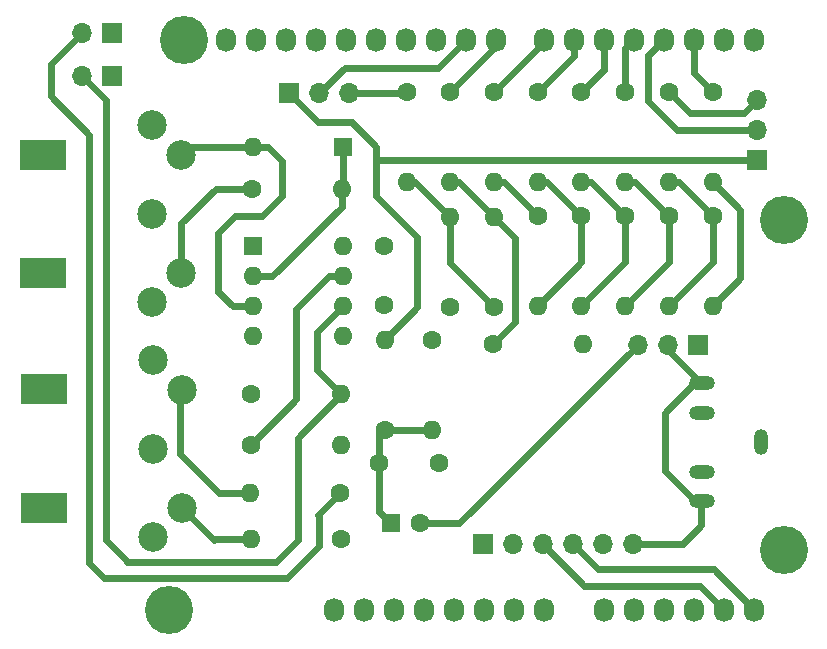
<source format=gbr>
%TF.GenerationSoftware,KiCad,Pcbnew,(6.0.5)*%
%TF.CreationDate,2022-11-11T14:55:19+00:00*%
%TF.ProjectId,ArduinoAudioExperimentShield,41726475-696e-46f4-9175-64696f457870,rev?*%
%TF.SameCoordinates,Original*%
%TF.FileFunction,Copper,L1,Top*%
%TF.FilePolarity,Positive*%
%FSLAX46Y46*%
G04 Gerber Fmt 4.6, Leading zero omitted, Abs format (unit mm)*
G04 Created by KiCad (PCBNEW (6.0.5)) date 2022-11-11 14:55:19*
%MOMM*%
%LPD*%
G01*
G04 APERTURE LIST*
%TA.AperFunction,ComponentPad*%
%ADD10O,1.727200X2.032000*%
%TD*%
%TA.AperFunction,ComponentPad*%
%ADD11C,4.064000*%
%TD*%
%TA.AperFunction,ComponentPad*%
%ADD12C,1.600000*%
%TD*%
%TA.AperFunction,ComponentPad*%
%ADD13O,1.600000X1.600000*%
%TD*%
%TA.AperFunction,ComponentPad*%
%ADD14R,1.700000X1.700000*%
%TD*%
%TA.AperFunction,ComponentPad*%
%ADD15O,1.700000X1.700000*%
%TD*%
%TA.AperFunction,ComponentPad*%
%ADD16R,1.600000X1.600000*%
%TD*%
%TA.AperFunction,WasherPad*%
%ADD17R,4.000000X2.500000*%
%TD*%
%TA.AperFunction,ComponentPad*%
%ADD18C,2.499360*%
%TD*%
%TA.AperFunction,ComponentPad*%
%ADD19O,2.200000X1.200000*%
%TD*%
%TA.AperFunction,ComponentPad*%
%ADD20O,1.200000X2.200000*%
%TD*%
%TA.AperFunction,Conductor*%
%ADD21C,0.600000*%
%TD*%
G04 APERTURE END LIST*
D10*
%TO.P,P1,1,Pin_1*%
%TO.N,unconnected-(P1-Pad1)*%
X138938000Y-123825000D03*
%TO.P,P1,2,Pin_2*%
%TO.N,/IOREF*%
X141478000Y-123825000D03*
%TO.P,P1,3,Pin_3*%
%TO.N,/Reset*%
X144018000Y-123825000D03*
%TO.P,P1,4,Pin_4*%
%TO.N,+3V3*%
X146558000Y-123825000D03*
%TO.P,P1,5,Pin_5*%
%TO.N,+5V*%
X149098000Y-123825000D03*
%TO.P,P1,6,Pin_6*%
%TO.N,GND*%
X151638000Y-123825000D03*
%TO.P,P1,7,Pin_7*%
X154178000Y-123825000D03*
%TO.P,P1,8,Pin_8*%
%TO.N,/Vin*%
X156718000Y-123825000D03*
%TD*%
%TO.P,P2,1,Pin_1*%
%TO.N,/A0*%
X161798000Y-123825000D03*
%TO.P,P2,2,Pin_2*%
%TO.N,/A1*%
X164338000Y-123825000D03*
%TO.P,P2,3,Pin_3*%
%TO.N,/A2*%
X166878000Y-123825000D03*
%TO.P,P2,4,Pin_4*%
%TO.N,/A3*%
X169418000Y-123825000D03*
%TO.P,P2,5,Pin_5*%
%TO.N,/A4(SDA)*%
X171958000Y-123825000D03*
%TO.P,P2,6,Pin_6*%
%TO.N,/A5(SCL)*%
X174498000Y-123825000D03*
%TD*%
%TO.P,P3,1,Pin_1*%
%TO.N,unconnected-(P3-Pad1)*%
X129794000Y-75565000D03*
%TO.P,P3,2,Pin_2*%
%TO.N,unconnected-(P3-Pad2)*%
X132334000Y-75565000D03*
%TO.P,P3,3,Pin_3*%
%TO.N,/AREF*%
X134874000Y-75565000D03*
%TO.P,P3,4,Pin_4*%
%TO.N,GND*%
X137414000Y-75565000D03*
%TO.P,P3,5,Pin_5*%
%TO.N,/13(SCK)*%
X139954000Y-75565000D03*
%TO.P,P3,6,Pin_6*%
%TO.N,/12(MISO)*%
X142494000Y-75565000D03*
%TO.P,P3,7,Pin_7*%
%TO.N,/11(\u002A\u002A{slash}MOSI)*%
X145034000Y-75565000D03*
%TO.P,P3,8,Pin_8*%
%TO.N,/10(\u002A\u002A{slash}SS)*%
X147574000Y-75565000D03*
%TO.P,P3,9,Pin_9*%
%TO.N,/9(\u002A\u002A)*%
X150114000Y-75565000D03*
%TO.P,P3,10,Pin_10*%
%TO.N,/8*%
X152654000Y-75565000D03*
%TD*%
%TO.P,P4,1,Pin_1*%
%TO.N,/7*%
X156718000Y-75565000D03*
%TO.P,P4,2,Pin_2*%
%TO.N,/6(\u002A\u002A)*%
X159258000Y-75565000D03*
%TO.P,P4,3,Pin_3*%
%TO.N,/5(\u002A\u002A)*%
X161798000Y-75565000D03*
%TO.P,P4,4,Pin_4*%
%TO.N,/4*%
X164338000Y-75565000D03*
%TO.P,P4,5,Pin_5*%
%TO.N,/3(\u002A\u002A)*%
X166878000Y-75565000D03*
%TO.P,P4,6,Pin_6*%
%TO.N,/2*%
X169418000Y-75565000D03*
%TO.P,P4,7,Pin_7*%
%TO.N,/1(Tx)*%
X171958000Y-75565000D03*
%TO.P,P4,8,Pin_8*%
%TO.N,/0(Rx)*%
X174498000Y-75565000D03*
%TD*%
D11*
%TO.P,P5,1,Pin_1*%
%TO.N,unconnected-(P5-Pad1)*%
X124968000Y-123825000D03*
%TD*%
%TO.P,P6,1,Pin_1*%
%TO.N,unconnected-(P6-Pad1)*%
X177038000Y-118745000D03*
%TD*%
%TO.P,P7,1,Pin_1*%
%TO.N,unconnected-(P7-Pad1)*%
X126238000Y-75565000D03*
%TD*%
%TO.P,P8,1,Pin_1*%
%TO.N,unconnected-(P8-Pad1)*%
X177038000Y-90805000D03*
%TD*%
D12*
%TO.P,R8,1*%
%TO.N,/6(\u002A\u002A)*%
X156200000Y-80000000D03*
D13*
%TO.P,R8,2*%
%TO.N,Net-(R16-Pad1)*%
X156200000Y-87620000D03*
%TD*%
D12*
%TO.P,R9,1*%
%TO.N,/7*%
X152500000Y-80000000D03*
D13*
%TO.P,R9,2*%
%TO.N,/AU_R2R*%
X152500000Y-87620000D03*
%TD*%
D14*
%TO.P,J6,1,Pin_1*%
%TO.N,/AU_R2R*%
X169773000Y-101385000D03*
D15*
%TO.P,J6,2,Pin_2*%
%TO.N,/AU_DAC*%
X167233000Y-101385000D03*
%TO.P,J6,3,Pin_3*%
%TO.N,/AU_PWM*%
X164693000Y-101385000D03*
%TD*%
D16*
%TO.P,C3,1*%
%TO.N,Net-(C2-Pad1)*%
X143760375Y-116505000D03*
D12*
%TO.P,C3,2*%
%TO.N,/AU_PWM*%
X146260375Y-116505000D03*
%TD*%
D16*
%TO.P,U1,1,NC*%
%TO.N,unconnected-(U1-Pad1)*%
X132108000Y-93075000D03*
D13*
%TO.P,U1,2,C1*%
%TO.N,Net-(D1-Pad1)*%
X132108000Y-95615000D03*
%TO.P,U1,3,C2*%
%TO.N,Net-(D1-Pad2)*%
X132108000Y-98155000D03*
%TO.P,U1,4,NC*%
%TO.N,unconnected-(U1-Pad4)*%
X132108000Y-100695000D03*
%TO.P,U1,5,GND*%
%TO.N,GND*%
X139728000Y-100695000D03*
%TO.P,U1,6,VO2*%
%TO.N,Net-(J4-Pad2)*%
X139728000Y-98155000D03*
%TO.P,U1,7,VO1*%
%TO.N,Net-(R20-Pad1)*%
X139728000Y-95615000D03*
%TO.P,U1,8,VCC*%
%TO.N,+5V*%
X139728000Y-93075000D03*
%TD*%
D17*
%TO.P,IN1,*%
%TO.N,*%
X114340300Y-95316260D03*
X114340300Y-85313740D03*
D18*
%TO.P,IN1,1*%
%TO.N,unconnected-(IN1-Pad1)*%
X123535200Y-97813080D03*
%TO.P,IN1,2*%
%TO.N,unconnected-(IN1-Pad2)*%
X123537740Y-90315000D03*
%TO.P,IN1,3*%
%TO.N,unconnected-(IN1-Pad3)*%
X123535200Y-82816920D03*
%TO.P,IN1,4*%
%TO.N,Net-(IN1-Pad4)*%
X126037100Y-95311180D03*
%TO.P,IN1,5*%
%TO.N,Net-(D1-Pad2)*%
X126037100Y-85318820D03*
%TD*%
D12*
%TO.P,R21,1*%
%TO.N,+5V*%
X131958000Y-105615000D03*
D13*
%TO.P,R21,2*%
%TO.N,Net-(J4-Pad2)*%
X139578000Y-105615000D03*
%TD*%
D12*
%TO.P,R19,1*%
%TO.N,Net-(R11-Pad2)*%
X152408000Y-101305000D03*
D13*
%TO.P,R19,2*%
%TO.N,GND*%
X160028000Y-101305000D03*
%TD*%
D12*
%TO.P,R3,1*%
%TO.N,Net-(J1-Pad3)*%
X145100000Y-80000000D03*
D13*
%TO.P,R3,2*%
%TO.N,Net-(R11-Pad1)*%
X145100000Y-87620000D03*
%TD*%
D12*
%TO.P,R20,1*%
%TO.N,Net-(R20-Pad1)*%
X131898000Y-109885000D03*
D13*
%TO.P,R20,2*%
%TO.N,GND*%
X139518000Y-109885000D03*
%TD*%
D12*
%TO.P,R13,1*%
%TO.N,Net-(R13-Pad1)*%
X171000000Y-90500000D03*
D13*
%TO.P,R13,2*%
%TO.N,Net-(R12-Pad1)*%
X171000000Y-98120000D03*
%TD*%
D12*
%TO.P,R12,1*%
%TO.N,Net-(R12-Pad1)*%
X148800000Y-98200000D03*
D13*
%TO.P,R12,2*%
%TO.N,Net-(R11-Pad1)*%
X148800000Y-90580000D03*
%TD*%
D12*
%TO.P,R23,1*%
%TO.N,GND*%
X147248000Y-101005000D03*
D13*
%TO.P,R23,2*%
%TO.N,Net-(C2-Pad1)*%
X147248000Y-108625000D03*
%TD*%
D12*
%TO.P,R7,1*%
%TO.N,/5(\u002A\u002A)*%
X159900000Y-80000000D03*
D13*
%TO.P,R7,2*%
%TO.N,Net-(R15-Pad1)*%
X159900000Y-87620000D03*
%TD*%
D14*
%TO.P,J4,1,Pin_1*%
%TO.N,/0(Rx)*%
X120123000Y-78635000D03*
D15*
%TO.P,J4,2,Pin_2*%
%TO.N,Net-(J4-Pad2)*%
X117583000Y-78635000D03*
%TD*%
D19*
%TO.P,J7,R*%
%TO.N,/AU_DAC*%
X170080000Y-114665000D03*
%TO.P,J7,RN*%
%TO.N,N/C*%
X170080000Y-112165000D03*
D20*
%TO.P,J7,S*%
%TO.N,GND*%
X175080000Y-109665000D03*
D19*
%TO.P,J7,T*%
%TO.N,/AU_DAC*%
X170080000Y-104665000D03*
%TO.P,J7,TN*%
%TO.N,N/C*%
X170080000Y-107165000D03*
%TD*%
D12*
%TO.P,R16,1*%
%TO.N,Net-(R16-Pad1)*%
X159900000Y-90500000D03*
D13*
%TO.P,R16,2*%
%TO.N,Net-(R15-Pad1)*%
X159900000Y-98120000D03*
%TD*%
D17*
%TO.P,OUT1,*%
%TO.N,*%
X114390300Y-105193740D03*
X114390300Y-115196260D03*
D18*
%TO.P,OUT1,1*%
%TO.N,unconnected-(OUT1-Pad1)*%
X123585200Y-117693080D03*
%TO.P,OUT1,2*%
%TO.N,GND*%
X123587740Y-110195000D03*
%TO.P,OUT1,3*%
%TO.N,unconnected-(OUT1-Pad3)*%
X123585200Y-102696920D03*
%TO.P,OUT1,4*%
%TO.N,Net-(OUT1-Pad4)*%
X126087100Y-115191180D03*
%TO.P,OUT1,5*%
%TO.N,Net-(OUT1-Pad5)*%
X126087100Y-105198820D03*
%TD*%
D14*
%TO.P,J2,1,Pin_1*%
%TO.N,/D_PWM*%
X174768000Y-85725000D03*
D15*
%TO.P,J2,2,Pin_2*%
%TO.N,/3(\u002A\u002A)*%
X174768000Y-83185000D03*
%TO.P,J2,3,Pin_3*%
%TO.N,Net-(J2-Pad3)*%
X174768000Y-80645000D03*
%TD*%
D12*
%TO.P,R6,1*%
%TO.N,/4*%
X163600000Y-80000000D03*
D13*
%TO.P,R6,2*%
%TO.N,Net-(R14-Pad1)*%
X163600000Y-87620000D03*
%TD*%
D12*
%TO.P,R17,1*%
%TO.N,/AU_R2R*%
X156200000Y-90500000D03*
D13*
%TO.P,R17,2*%
%TO.N,Net-(R16-Pad1)*%
X156200000Y-98120000D03*
%TD*%
D12*
%TO.P,R14,1*%
%TO.N,Net-(R14-Pad1)*%
X167300000Y-90500000D03*
D13*
%TO.P,R14,2*%
%TO.N,Net-(R13-Pad1)*%
X167300000Y-98120000D03*
%TD*%
D14*
%TO.P,J3,1,Pin_1*%
%TO.N,/1(Tx)*%
X120123000Y-75035000D03*
D15*
%TO.P,J3,2,Pin_2*%
%TO.N,Net-(J3-Pad2)*%
X117583000Y-75035000D03*
%TD*%
D12*
%TO.P,R5,1*%
%TO.N,Net-(J2-Pad3)*%
X167300000Y-80000000D03*
D13*
%TO.P,R5,2*%
%TO.N,Net-(R13-Pad1)*%
X167300000Y-87620000D03*
%TD*%
D12*
%TO.P,R18,1*%
%TO.N,Net-(IN1-Pad4)*%
X132028000Y-88205000D03*
D13*
%TO.P,R18,2*%
%TO.N,Net-(D1-Pad1)*%
X139648000Y-88205000D03*
%TD*%
D14*
%TO.P,J5,1,Pin_1*%
%TO.N,GND*%
X151528000Y-118295000D03*
D15*
%TO.P,J5,2,Pin_2*%
%TO.N,+5V*%
X154068000Y-118295000D03*
%TO.P,J5,3,Pin_3*%
%TO.N,/A4(SDA)*%
X156608000Y-118295000D03*
%TO.P,J5,4,Pin_4*%
%TO.N,/A5(SCL)*%
X159148000Y-118295000D03*
%TO.P,J5,5,Pin_5*%
%TO.N,GND*%
X161688000Y-118295000D03*
%TO.P,J5,6,Pin_6*%
%TO.N,/AU_DAC*%
X164228000Y-118295000D03*
%TD*%
D12*
%TO.P,R4,1*%
%TO.N,/2*%
X171000000Y-80000000D03*
D13*
%TO.P,R4,2*%
%TO.N,Net-(R12-Pad1)*%
X171000000Y-87620000D03*
%TD*%
D16*
%TO.P,D1,1,K*%
%TO.N,Net-(D1-Pad1)*%
X139718000Y-84675000D03*
D13*
%TO.P,D1,2,A*%
%TO.N,Net-(D1-Pad2)*%
X132098000Y-84675000D03*
%TD*%
D12*
%TO.P,R10,1*%
%TO.N,Net-(J3-Pad2)*%
X139498000Y-113945000D03*
D13*
%TO.P,R10,2*%
%TO.N,Net-(OUT1-Pad5)*%
X131878000Y-113945000D03*
%TD*%
D12*
%TO.P,C1,1*%
%TO.N,+5V*%
X143158000Y-93015000D03*
%TO.P,C1,2*%
%TO.N,GND*%
X143158000Y-98015000D03*
%TD*%
%TO.P,R2,1*%
%TO.N,/8*%
X148800000Y-80000000D03*
D13*
%TO.P,R2,2*%
%TO.N,Net-(R11-Pad2)*%
X148800000Y-87620000D03*
%TD*%
D12*
%TO.P,R11,1*%
%TO.N,Net-(R11-Pad1)*%
X152500000Y-98200000D03*
D13*
%TO.P,R11,2*%
%TO.N,Net-(R11-Pad2)*%
X152500000Y-90580000D03*
%TD*%
D12*
%TO.P,R1,1*%
%TO.N,+5V*%
X139518000Y-117875000D03*
D13*
%TO.P,R1,2*%
%TO.N,Net-(OUT1-Pad4)*%
X131898000Y-117875000D03*
%TD*%
D12*
%TO.P,R22,1*%
%TO.N,Net-(C2-Pad1)*%
X143238000Y-108625000D03*
D13*
%TO.P,R22,2*%
%TO.N,/D_PWM*%
X143238000Y-101005000D03*
%TD*%
D14*
%TO.P,J1,1,Pin_1*%
%TO.N,/D_PWM*%
X135143000Y-80105000D03*
D15*
%TO.P,J1,2,Pin_2*%
%TO.N,/9(\u002A\u002A)*%
X137683000Y-80105000D03*
%TO.P,J1,3,Pin_3*%
%TO.N,Net-(J1-Pad3)*%
X140223000Y-80105000D03*
%TD*%
D12*
%TO.P,C2,1*%
%TO.N,Net-(C2-Pad1)*%
X142798000Y-111405000D03*
%TO.P,C2,2*%
%TO.N,GND*%
X147798000Y-111405000D03*
%TD*%
%TO.P,R15,1*%
%TO.N,Net-(R15-Pad1)*%
X163600000Y-90500000D03*
D13*
%TO.P,R15,2*%
%TO.N,Net-(R14-Pad1)*%
X163600000Y-98120000D03*
%TD*%
D21*
%TO.N,/A4(SDA)*%
X160118000Y-121805000D02*
X169938000Y-121805000D01*
X156608000Y-118295000D02*
X160118000Y-121805000D01*
X169938000Y-121805000D02*
X171958000Y-123825000D01*
%TO.N,/A5(SCL)*%
X161283000Y-120430000D02*
X171103000Y-120430000D01*
X171103000Y-120430000D02*
X174498000Y-123825000D01*
X159148000Y-118295000D02*
X161283000Y-120430000D01*
%TO.N,/9(\u002A\u002A)*%
X150114000Y-75565000D02*
X147744000Y-77935000D01*
X147744000Y-77935000D02*
X139853000Y-77935000D01*
X139853000Y-77935000D02*
X137683000Y-80105000D01*
%TO.N,/8*%
X152654000Y-75565000D02*
X152654000Y-76146000D01*
X152654000Y-76146000D02*
X148800000Y-80000000D01*
%TO.N,/7*%
X156718000Y-75782000D02*
X152500000Y-80000000D01*
X156718000Y-75565000D02*
X156718000Y-75782000D01*
%TO.N,/6(\u002A\u002A)*%
X159258000Y-76942000D02*
X156200000Y-80000000D01*
X159258000Y-75565000D02*
X159258000Y-76942000D01*
%TO.N,/5(\u002A\u002A)*%
X161798000Y-78102000D02*
X159900000Y-80000000D01*
X161798000Y-75565000D02*
X161798000Y-78102000D01*
%TO.N,/4*%
X163600000Y-76303000D02*
X164338000Y-75565000D01*
X163600000Y-80000000D02*
X163600000Y-76303000D01*
%TO.N,/3(\u002A\u002A)*%
X167998000Y-83185000D02*
X174768000Y-83185000D01*
X165548000Y-80735000D02*
X167998000Y-83185000D01*
X166878000Y-75565000D02*
X165548000Y-76895000D01*
X165548000Y-76895000D02*
X165548000Y-80735000D01*
%TO.N,/2*%
X169418000Y-78418000D02*
X171000000Y-80000000D01*
X169418000Y-75565000D02*
X169418000Y-78418000D01*
%TO.N,Net-(C2-Pad1)*%
X142798000Y-115542625D02*
X143760375Y-116505000D01*
X142798000Y-111405000D02*
X142798000Y-109065000D01*
X147248000Y-108625000D02*
X143238000Y-108625000D01*
X142798000Y-111405000D02*
X142798000Y-115542625D01*
X142798000Y-109065000D02*
X143238000Y-108625000D01*
%TO.N,Net-(D1-Pad1)*%
X139648000Y-89705000D02*
X139648000Y-88205000D01*
X133738000Y-95615000D02*
X139648000Y-89705000D01*
X132108000Y-95615000D02*
X133738000Y-95615000D01*
X139718000Y-84675000D02*
X139718000Y-88135000D01*
X139718000Y-88135000D02*
X139648000Y-88205000D01*
%TO.N,Net-(D1-Pad2)*%
X132878000Y-90505000D02*
X130568000Y-90505000D01*
X132098000Y-84675000D02*
X126680920Y-84675000D01*
X133398000Y-84675000D02*
X134588000Y-85865000D01*
X130418000Y-98155000D02*
X132108000Y-98155000D01*
X130568000Y-90505000D02*
X129168000Y-91905000D01*
X134588000Y-88795000D02*
X132878000Y-90505000D01*
X126680920Y-84675000D02*
X126037100Y-85318820D01*
X134588000Y-85865000D02*
X134588000Y-88795000D01*
X132098000Y-84675000D02*
X133398000Y-84675000D01*
X129168000Y-91905000D02*
X129168000Y-96905000D01*
X129168000Y-96905000D02*
X130418000Y-98155000D01*
%TO.N,Net-(IN1-Pad4)*%
X126037100Y-91095900D02*
X128928000Y-88205000D01*
X128928000Y-88205000D02*
X132028000Y-88205000D01*
X126037100Y-95311180D02*
X126037100Y-91095900D01*
%TO.N,Net-(J3-Pad2)*%
X118208000Y-83615000D02*
X118208000Y-119845000D01*
X114978000Y-77640000D02*
X114978000Y-80385000D01*
X137638000Y-115835000D02*
X137623000Y-115820000D01*
X137638000Y-118445000D02*
X137638000Y-115835000D01*
X119508000Y-121145000D02*
X134938000Y-121145000D01*
X114978000Y-80385000D02*
X118208000Y-83615000D01*
X137623000Y-115820000D02*
X139498000Y-113945000D01*
X117583000Y-75035000D02*
X114978000Y-77640000D01*
X118208000Y-119845000D02*
X119508000Y-121145000D01*
X134938000Y-121145000D02*
X137638000Y-118445000D01*
%TO.N,/AU_DAC*%
X166958000Y-107145000D02*
X169468000Y-104635000D01*
X169488000Y-114635000D02*
X166958000Y-112105000D01*
X166958000Y-112105000D02*
X166958000Y-107145000D01*
X167233000Y-101385000D02*
X167233000Y-101820000D01*
X167233000Y-101820000D02*
X170048000Y-104635000D01*
X170048000Y-114635000D02*
X169488000Y-114635000D01*
X170048000Y-116705000D02*
X170048000Y-114635000D01*
X168458000Y-118295000D02*
X170048000Y-116705000D01*
X164228000Y-118295000D02*
X168458000Y-118295000D01*
X169468000Y-104635000D02*
X170048000Y-104635000D01*
%TO.N,Net-(OUT1-Pad4)*%
X128810920Y-117875000D02*
X131898000Y-117875000D01*
X126087100Y-115191180D02*
X128790920Y-117895000D01*
X128790920Y-117895000D02*
X128810920Y-117875000D01*
%TO.N,Net-(OUT1-Pad5)*%
X125937100Y-110674100D02*
X125937100Y-105138820D01*
X129208000Y-113945000D02*
X125937100Y-110674100D01*
X131878000Y-113945000D02*
X129208000Y-113945000D01*
%TO.N,Net-(R11-Pad2)*%
X149540000Y-87620000D02*
X152500000Y-90580000D01*
X154268000Y-92348000D02*
X152500000Y-90580000D01*
X154268000Y-99445000D02*
X152408000Y-101305000D01*
X148800000Y-87620000D02*
X149540000Y-87620000D01*
X154268000Y-97115000D02*
X154268000Y-92348000D01*
X154268000Y-97115000D02*
X154268000Y-99445000D01*
%TO.N,Net-(R11-Pad1)*%
X145100000Y-87620000D02*
X145840000Y-87620000D01*
X148800000Y-94500000D02*
X152500000Y-98200000D01*
X148800000Y-90580000D02*
X148800000Y-94500000D01*
X145840000Y-87620000D02*
X148800000Y-90580000D01*
%TO.N,Net-(R12-Pad1)*%
X173358000Y-95762000D02*
X173358000Y-94885000D01*
X171000000Y-98120000D02*
X173358000Y-95762000D01*
X173358000Y-89978000D02*
X173358000Y-94885000D01*
X171000000Y-87620000D02*
X173358000Y-89978000D01*
%TO.N,Net-(R13-Pad1)*%
X167300000Y-87620000D02*
X168120000Y-87620000D01*
X168120000Y-87620000D02*
X171000000Y-90500000D01*
X171000000Y-90500000D02*
X171000000Y-94420000D01*
X171000000Y-94420000D02*
X167300000Y-98120000D01*
%TO.N,Net-(R14-Pad1)*%
X164420000Y-87620000D02*
X167300000Y-90500000D01*
X163600000Y-87620000D02*
X164420000Y-87620000D01*
X167300000Y-94420000D02*
X163600000Y-98120000D01*
X167300000Y-90500000D02*
X167300000Y-94420000D01*
%TO.N,Net-(R15-Pad1)*%
X160720000Y-87620000D02*
X163600000Y-90500000D01*
X163600000Y-94420000D02*
X159900000Y-98120000D01*
X163600000Y-90500000D02*
X163600000Y-94420000D01*
X159900000Y-87620000D02*
X160720000Y-87620000D01*
%TO.N,Net-(R16-Pad1)*%
X159900000Y-94420000D02*
X156200000Y-98120000D01*
X159900000Y-90500000D02*
X159900000Y-94420000D01*
X157020000Y-87620000D02*
X159900000Y-90500000D01*
X156200000Y-87620000D02*
X157020000Y-87620000D01*
%TO.N,Net-(R20-Pad1)*%
X135768000Y-106015000D02*
X135768000Y-98355000D01*
X131898000Y-109885000D02*
X135768000Y-106015000D01*
X135768000Y-98355000D02*
X138508000Y-95615000D01*
X138508000Y-95615000D02*
X139728000Y-95615000D01*
%TO.N,/AU_PWM*%
X149573000Y-116505000D02*
X149098000Y-116505000D01*
X164693000Y-101385000D02*
X149573000Y-116505000D01*
X146260375Y-116505000D02*
X149098000Y-116505000D01*
%TO.N,/AU_R2R*%
X153320000Y-87620000D02*
X156200000Y-90500000D01*
X152500000Y-87620000D02*
X153320000Y-87620000D01*
%TO.N,/D_PWM*%
X142548000Y-85565000D02*
X142548000Y-88805000D01*
X174768000Y-85725000D02*
X142708000Y-85725000D01*
X142548000Y-84625000D02*
X140488000Y-82565000D01*
X140488000Y-82555000D02*
X137593000Y-82555000D01*
X142548000Y-88805000D02*
X146018000Y-92275000D01*
X146018000Y-92275000D02*
X146018000Y-98225000D01*
X140488000Y-82565000D02*
X140488000Y-82555000D01*
X142708000Y-85725000D02*
X142548000Y-85565000D01*
X142548000Y-85565000D02*
X142548000Y-84625000D01*
X137593000Y-82555000D02*
X135143000Y-80105000D01*
X146018000Y-98225000D02*
X143238000Y-101005000D01*
%TO.N,Net-(J1-Pad3)*%
X140223000Y-80105000D02*
X144995000Y-80105000D01*
%TO.N,Net-(J2-Pad3)*%
X167300000Y-80000000D02*
X169065000Y-81765000D01*
X169065000Y-81765000D02*
X173648000Y-81765000D01*
X173648000Y-81765000D02*
X174768000Y-80645000D01*
%TO.N,Net-(J4-Pad2)*%
X121448000Y-119795000D02*
X121448000Y-119725000D01*
X119648000Y-117925000D02*
X119648000Y-80700000D01*
X119648000Y-80700000D02*
X117583000Y-78635000D01*
X139578000Y-105615000D02*
X137518000Y-103555000D01*
X137518000Y-100365000D02*
X139728000Y-98155000D01*
X134078000Y-119795000D02*
X121448000Y-119795000D01*
X135908000Y-117965000D02*
X134078000Y-119795000D01*
X121448000Y-119725000D02*
X119648000Y-117925000D01*
X139578000Y-105615000D02*
X135908000Y-109285000D01*
X137518000Y-103555000D02*
X137518000Y-100365000D01*
X135908000Y-109285000D02*
X135908000Y-117965000D01*
%TD*%
M02*

</source>
